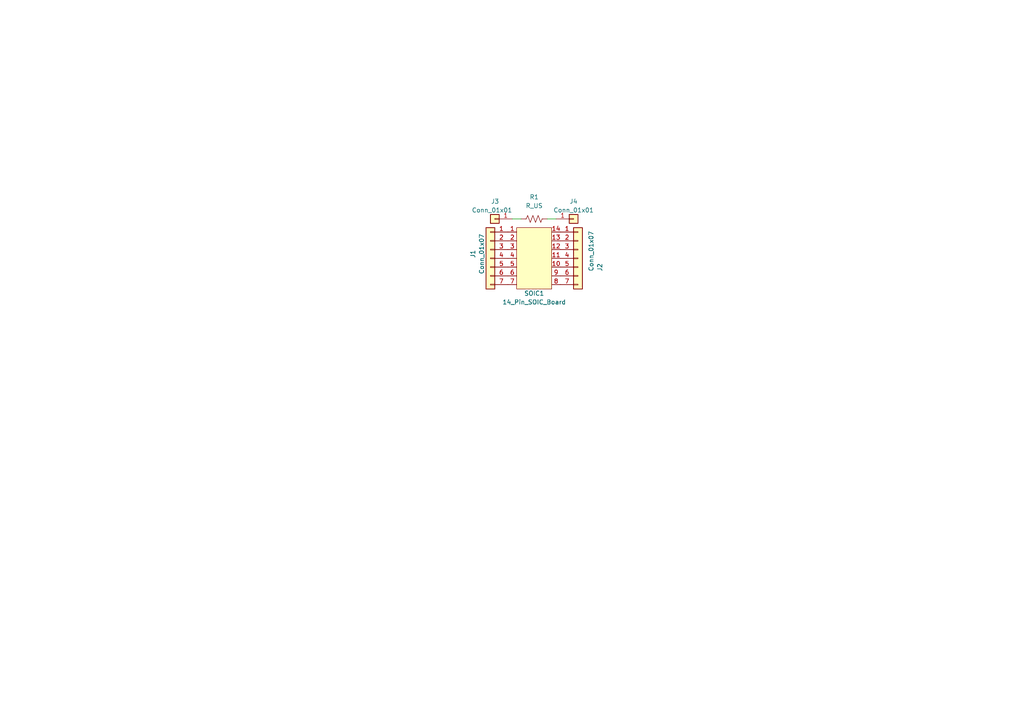
<source format=kicad_sch>
(kicad_sch (version 20211123) (generator eeschema)
  (paper "A4")
  (title_block (title "14 Pin Testing Board") (date "2023-04-12") (rev "0"))
  (lib_symbols
    (symbol "8_Pin_SOIC_Board:14_Pin_SOIC_Board"
      (property "Reference" "SOIC" (at 0 6.35 0))
      (property "Value" "14_Pin_SOIC_Board" (at 0 -13.97 0))
      (symbol "14_Pin_SOIC_Board_0_1"
        (rectangle (start -5.08 5.08) (end 5.08 -12.7) (fill (type background)))
      )
      (symbol "14_Pin_SOIC_Board_1_1"
        (pin unspecified line (at -7.62 3.81 0) (length 2.54) (name "") (number "1"))
        (pin unspecified line (at 7.62 -6.35 180) (length 2.54) (name "") (number "10"))
        (pin unspecified line (at 7.62 -3.81 180) (length 2.54) (name "") (number "11"))
        (pin unspecified line (at 7.62 -1.27 180) (length 2.54) (name "") (number "12"))
        (pin unspecified line (at 7.62 1.27 180) (length 2.54) (name "") (number "13"))
        (pin unspecified line (at 7.62 3.81 180) (length 2.54) (name "") (number "14"))
        (pin unspecified line (at -7.62 1.27 0) (length 2.54) (name "") (number "2"))
        (pin unspecified line (at -7.62 -1.27 0) (length 2.54) (name "") (number "3"))
        (pin unspecified line (at -7.62 -3.81 0) (length 2.54) (name "") (number "4"))
        (pin unspecified line (at -7.62 -6.35 0) (length 2.54) (name "") (number "5"))
        (pin unspecified line (at -7.62 -8.89 0) (length 2.54) (name "") (number "6"))
        (pin unspecified line (at -7.62 -11.43 0) (length 2.54) (name "") (number "7"))
        (pin unspecified line (at 7.62 -11.43 180) (length 2.54) (name "") (number "8"))
        (pin unspecified line (at 7.62 -8.89 180) (length 2.54) (name "") (number "9"))
      )
    )
    (symbol "Connector_Generic:Conn_01x01" (pin_names (offset 1.016) hide)
      (property "Reference" "J" (at 0 2.54 0))
      (property "Value" "Conn_01x01" (at 0 -2.54 0))
      (symbol "Conn_01x01_1_1"
        (rectangle (start -1.27 0.127) (end 0 -0.127) (stroke (width 0.1524)))
        (rectangle (start -1.27 1.27) (end 1.27 -1.27) (stroke (width 0.254)) (fill (type background)))
        (pin passive line (at -5.08 0 0) (length 3.81) (name "Pin_1") (number "1"))
      )
    )
    (symbol "Connector_Generic:Conn_01x07" (pin_names (offset 1.016) hide)
      (property "Reference" "J" (at 0 10.16 0))
      (property "Value" "Conn_01x07" (at 0 -10.16 0))
      (symbol "Conn_01x07_1_1"
        (rectangle (start -1.27 -7.493) (end 0 -7.747) (stroke (width 0.1524)))
        (rectangle (start -1.27 -4.953) (end 0 -5.207) (stroke (width 0.1524)))
        (rectangle (start -1.27 -2.413) (end 0 -2.667) (stroke (width 0.1524)))
        (rectangle (start -1.27 0.127) (end 0 -0.127) (stroke (width 0.1524)))
        (rectangle (start -1.27 2.667) (end 0 2.413) (stroke (width 0.1524)))
        (rectangle (start -1.27 5.207) (end 0 4.953) (stroke (width 0.1524)))
        (rectangle (start -1.27 7.747) (end 0 7.493) (stroke (width 0.1524)))
        (rectangle (start -1.27 8.89) (end 1.27 -8.89) (stroke (width 0.254)) (fill (type background)))
        (pin passive line (at -5.08 7.62 0) (length 3.81) (name "Pin_1") (number "1"))
        (pin passive line (at -5.08 5.08 0) (length 3.81) (name "Pin_2") (number "2"))
        (pin passive line (at -5.08 2.54 0) (length 3.81) (name "Pin_3") (number "3"))
        (pin passive line (at -5.08 0 0) (length 3.81) (name "Pin_4") (number "4"))
        (pin passive line (at -5.08 -2.54 0) (length 3.81) (name "Pin_5") (number "5"))
        (pin passive line (at -5.08 -5.08 0) (length 3.81) (name "Pin_6") (number "6"))
        (pin passive line (at -5.08 -7.62 0) (length 3.81) (name "Pin_7") (number "7"))
      )
    )
    (symbol "Device:R_US" (pin_numbers hide) (pin_names (offset 0))
      (property "Reference" "R" (at 2.54 0 90))
      (property "Value" "R_US" (at -2.54 0 90))
      (symbol "R_US_0_1"
        (polyline (pts (xy 0 -2.286) (xy 0 -2.54)))
        (polyline (pts (xy 0 2.286) (xy 0 2.54)))
        (polyline (pts (xy 0 -0.762) (xy 1.016 -1.143) (xy 0 -1.524) (xy -1.016 -1.905) (xy 0 -2.286)))
        (polyline (pts (xy 0 0.762) (xy 1.016 0.381) (xy 0 0) (xy -1.016 -0.381) (xy 0 -0.762)))
        (polyline (pts (xy 0 2.286) (xy 1.016 1.905) (xy 0 1.524) (xy -1.016 1.143) (xy 0 0.762)))
      )
      (symbol "R_US_1_1"
        (pin passive line (at 0 3.81 270) (length 1.27) (name "~") (number "1"))
        (pin passive line (at 0 -3.81 90) (length 1.27) (name "~") (number "2"))
      )
    )
  )
  (wire (pts (xy 148.59 63.5) (xy 151.13 63.5)))
  (wire (pts (xy 158.75 63.5) (xy 161.29 63.5)))
  (symbol (lib_id "Connector_Generic:Conn_01x01") (at 166.37 63.5 0) (unit 1)
    (property "Reference" "J4" (at 166.37 58.42 0))
    (property "Value" "Conn_01x01" (at 166.37 60.96 0))
    (property "Footprint" "Connector_PinSocket_2.54mm:PinSocket_1x01_P2.54mm_Vertical" (effects hide))
  )
  (symbol (lib_id "8_Pin_SOIC_Board:14_Pin_SOIC_Board") (at 154.94 71.12 0) (unit 1)
    (property "Reference" "SOIC1" (at 154.94 85.09 0))
    (property "Value" "14_Pin_SOIC_Board" (at 154.94 87.63 0))
    (property "Footprint" "SOIC_Footprints:14_Pin_SOIC_Board" (effects hide))
  )
  (symbol (lib_id "Connector_Generic:Conn_01x07") (at 142.24 74.93 0) (mirror y) (unit 1)
    (property "Reference" "J1" (at 137.16 73.66 90))
    (property "Value" "Conn_01x07" (at 139.7 73.66 90))
    (property "Footprint" "Connector_PinSocket_2.54mm:PinSocket_1x07_P2.54mm_Vertical" (effects hide))
  )
  (symbol (lib_id "Connector_Generic:Conn_01x01") (at 143.51 63.5 0) (mirror y) (unit 1)
    (property "Reference" "J3" (at 144.78 58.42 0) (effects (justify left)))
    (property "Value" "Conn_01x01" (at 148.59 60.96 0) (effects (justify left)))
    (property "Footprint" "Connector_PinSocket_2.54mm:PinSocket_1x01_P2.54mm_Vertical" (effects hide))
  )
  (symbol (lib_id "Connector_Generic:Conn_01x07") (at 167.64 74.93 0) (unit 1)
    (property "Reference" "J2" (at 173.99 78.74 90) (effects (justify left)))
    (property "Value" "Conn_01x07" (at 171.45 78.74 90) (effects (justify left)))
    (property "Footprint" "Connector_PinSocket_2.54mm:PinSocket_1x07_P2.54mm_Vertical" (effects hide))
  )
  (symbol (lib_id "Device:R_US") (at 154.94 63.5 270) (unit 1)
    (property "Reference" "R1" (at 154.94 57.15 90))
    (property "Value" "R_US" (at 154.94 59.69 90))
    (property "Footprint" "Resistor_SMD:R_0805_2012Metric" (effects hide))
  )
)
</source>
